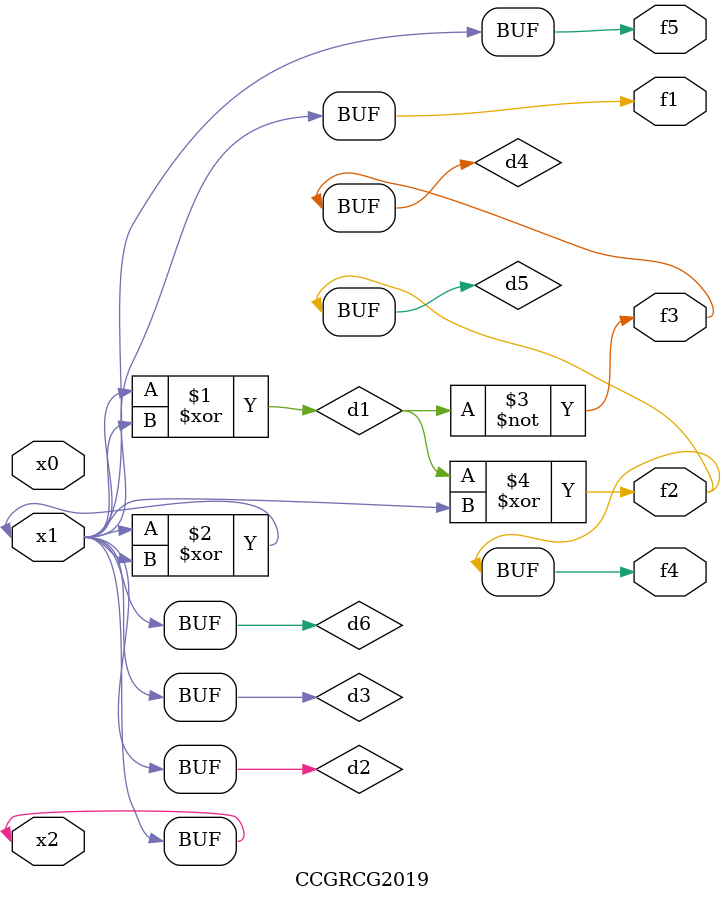
<source format=v>
module CCGRCG2019(
	input x0, x1, x2,
	output f1, f2, f3, f4, f5
);

	wire d1, d2, d3, d4, d5, d6;

	xor (d1, x1, x2);
	buf (d2, x1, x2);
	xor (d3, x1, x2);
	nor (d4, d1);
	xor (d5, d1, d2);
	buf (d6, d2, d3);
	assign f1 = d6;
	assign f2 = d5;
	assign f3 = d4;
	assign f4 = d5;
	assign f5 = d6;
endmodule

</source>
